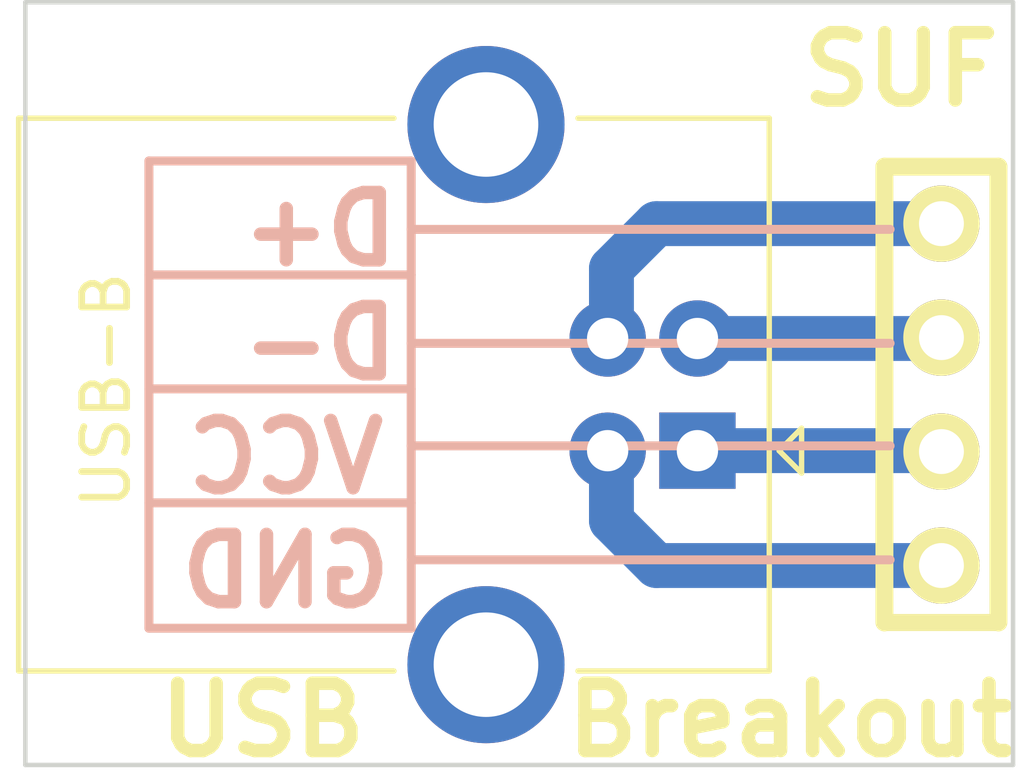
<source format=kicad_pcb>
(kicad_pcb (version 20241229) (generator "pcbnew") (generator_version "9.0")
  (layers (0 "F.Cu" signal) (2 "B.Cu" signal) (13 "F.Paste" user) (15 "B.Paste" user) (5 "F.SilkS" user "F.Silkscreen") (7 "B.SilkS" user "B.Silkscreen") (1 "F.Mask" user) (3 "B.Mask" user) (25 "Edge.Cuts" user))
  (net 0 "")
  (footprint "HDR-4" (layer "F.Cu") (at 70.405 58.745 90)
    (property "Reference" "HDR-4" (hide yes))
    (property "Value" "VAL**" (hide yes))
    (fp_line (start 5.08 -1.27) (end 5.08 1.27) (stroke (width 0.39878)) (layer "F.SilkS"))
    (fp_line (start -5.08 -1.27) (end 5.08 -1.27) (stroke (width 0.39878)) (layer "F.SilkS"))
    (fp_line (start -5.08 -1.27) (end -5.08 1.27) (stroke (width 0.381)) (layer "F.SilkS"))
    (fp_line (start -5.08 1.27) (end 5.08 1.27) (stroke (width 0.39878)) (layer "F.SilkS"))
    (pad "1" thru_hole circle (at -3.81 0 90) (size 1.69926 1.69926) (drill 1.00076) (layers "*.Cu" "*.Mask" "F.SilkS"))
    (pad "2" thru_hole circle (at -1.27 0 90) (size 1.69926 1.69926) (drill 1.00076) (layers "*.Cu" "*.Mask" "F.SilkS"))
    (pad "3" thru_hole circle (at 1.27 0 90) (size 1.69926 1.69926) (drill 1.00076) (layers "*.Cu" "*.Mask" "F.SilkS"))
    (pad "4" thru_hole circle (at 3.81 0 90) (size 1.69926 1.69926) (drill 1.00076) (layers "*.Cu" "*.Mask" "F.SilkS"))
  )
  (footprint "Connector_USB:USB_B_OST_USB-B1HSxx_Horizontal" (layer "F.Cu") (at 64.97 59.995 180)
    (property "Reference" "USB-B" (at 13.17 1.345 90) (layer "F.SilkS"))
    (property "Value" "USB_B_OST_USB-B1HSxx_Horizontal")
    (fp_line (start 15.12 7.41) (end 6.76 7.41) (stroke (width 0.12)) (layer "F.SilkS"))
    (fp_line (start 15.12 -4.91) (end 15.12 7.41) (stroke (width 0.12)) (layer "F.SilkS"))
    (fp_line (start 6.76 -4.91) (end 15.12 -4.91) (stroke (width 0.12)) (layer "F.SilkS"))
    (fp_line (start 2.66 -4.91) (end -1.6 -4.91) (stroke (width 0.12)) (layer "F.SilkS"))
    (fp_line (start -1.6 7.41) (end 2.66 7.41) (stroke (width 0.12)) (layer "F.SilkS"))
    (fp_line (start -1.6 -4.91) (end -1.6 7.41) (stroke (width 0.12)) (layer "F.SilkS"))
    (fp_line (start -1.82 0) (end -2.32 -0.5) (stroke (width 0.12)) (layer "F.SilkS"))
    (fp_line (start -2.32 0.5) (end -1.82 0) (stroke (width 0.12)) (layer "F.SilkS"))
    (fp_line (start -2.32 -0.5) (end -2.32 0.5) (stroke (width 0.12)) (layer "F.SilkS"))
    (pad "1" thru_hole rect (at 0 0 180) (size 1.7 1.7) (drill 0.92) (layers "*.Cu" "*.Mask"))
    (pad "2" thru_hole circle (at 0 2.5 180) (size 1.7 1.7) (drill 0.92) (layers "*.Cu" "*.Mask"))
    (pad "3" thru_hole circle (at 2 2.5 180) (size 1.7 1.7) (drill 0.92) (layers "*.Cu" "*.Mask"))
    (pad "4" thru_hole circle (at 2 0 180) (size 1.7 1.7) (drill 0.92) (layers "*.Cu" "*.Mask"))
    (pad "5" thru_hole circle (at 4.71 -4.77 180) (size 3.5 3.5) (drill 2.33) (layers "*.Cu" "*.Mask"))
    (pad "5" thru_hole circle (at 4.71 7.27 180) (size 3.5 3.5) (drill 2.33) (layers "*.Cu" "*.Mask"))
  )
  (gr_line (start 69.262 55.062) (end 58.594 55.062) (stroke (width 0.2)) (layer "B.SilkS"))
  (gr_line (start 58.594 58.618) (end 52.752 58.618) (stroke (width 0.2)) (layer "B.SilkS"))
  (gr_line (start 69.262 59.888) (end 58.594 59.888) (stroke (width 0.2)) (layer "B.SilkS"))
  (gr_line (start 69.262 57.602) (end 58.594 57.602) (stroke (width 0.2)) (layer "B.SilkS"))
  (gr_line (start 58.594 56.078) (end 52.752 56.078) (stroke (width 0.2)) (layer "B.SilkS"))
  (gr_line (start 52.752 63.952) (end 52.752 53.538) (stroke (width 0.2)) (layer "B.SilkS"))
  (gr_line (start 58.594 63.952) (end 52.752 63.952) (stroke (width 0.2)) (layer "B.SilkS"))
  (gr_line (start 52.752 53.538) (end 58.594 53.538) (stroke (width 0.2)) (layer "B.SilkS"))
  (gr_line (start 58.594 61.158) (end 52.752 61.158) (stroke (width 0.2)) (layer "B.SilkS"))
  (gr_line (start 58.594 53.538) (end 58.594 63.952) (stroke (width 0.2)) (layer "B.SilkS"))
  (gr_line (start 69.262 62.428) (end 58.594 62.428) (stroke (width 0.2)) (layer "B.SilkS"))
  (gr_line (start 50 50) (end 72 50) (stroke (width 0.1)) (layer "Edge.Cuts"))
  (gr_line (start 72 50) (end 72 67) (stroke (width 0.1)) (layer "Edge.Cuts"))
  (gr_line (start 72 67) (end 50 67) (stroke (width 0.1)) (layer "Edge.Cuts"))
  (gr_line (start 50 67) (end 50 50) (stroke (width 0.1)) (layer "Edge.Cuts"))
  (gr_text "SUF" (at 69.5 51.5 0) (layer "F.SilkS") (effects (font (size 1.5 1.5) (thickness 0.3))))
  (gr_text "USB    Breakout" (at 62.5 66 0) (layer "F.SilkS") (effects (font (size 1.5 1.5) (thickness 0.3))))
  (gr_text "GND" (at 55.8 62.682 0) (layer "B.SilkS") (effects (font (size 1.5 1.5) (thickness 0.3)) (justify mirror)))
  (gr_text "VCC" (at 55.8 60.142 0) (layer "B.SilkS") (effects (font (size 1.5 1.5) (thickness 0.3)) (justify mirror)))
  (gr_text "D-" (at 56.562 57.602 0) (layer "B.SilkS") (effects (font (size 1.5 1.5) (thickness 0.3)) (justify mirror)))
  (gr_text "D+" (at 56.562 55.062 0) (layer "B.SilkS") (effects (font (size 1.5 1.5) (thickness 0.3)) (justify mirror)))
  (segment (start 70.385 59.995) (end 70.405 60.015) (width 1) (layer "B.Cu") (net 0))
  (segment (start 63.055 61.555) (end 64.055 62.555) (width 1) (layer "B.Cu") (net 0))
  (segment (start 64.055 62.555) (end 70.405 62.555) (width 1) (layer "B.Cu") (net 0))
  (segment (start 63.055 55.935) (end 64.055 54.935) (width 1) (layer "B.Cu") (net 0))
  (segment (start 64.055 54.935) (end 70.405 54.935) (width 1) (layer "B.Cu") (net 0))
  (segment (start 70.385 57.495) (end 70.405 57.475) (width 1) (layer "B.Cu") (net 0))
  (segment (start 63.055 57.495) (end 63.055 55.935) (width 1) (layer "B.Cu") (net 0))
  (segment (start 63.055 59.995) (end 63.055 61.555) (width 1) (layer "B.Cu") (net 0))
  (segment (start 65.055 59.995) (end 70.385 59.995) (width 1) (layer "B.Cu") (net 0))
  (segment (start 65.055 57.495) (end 70.385 57.495) (width 1) (layer "B.Cu") (net 0))
)
</source>
